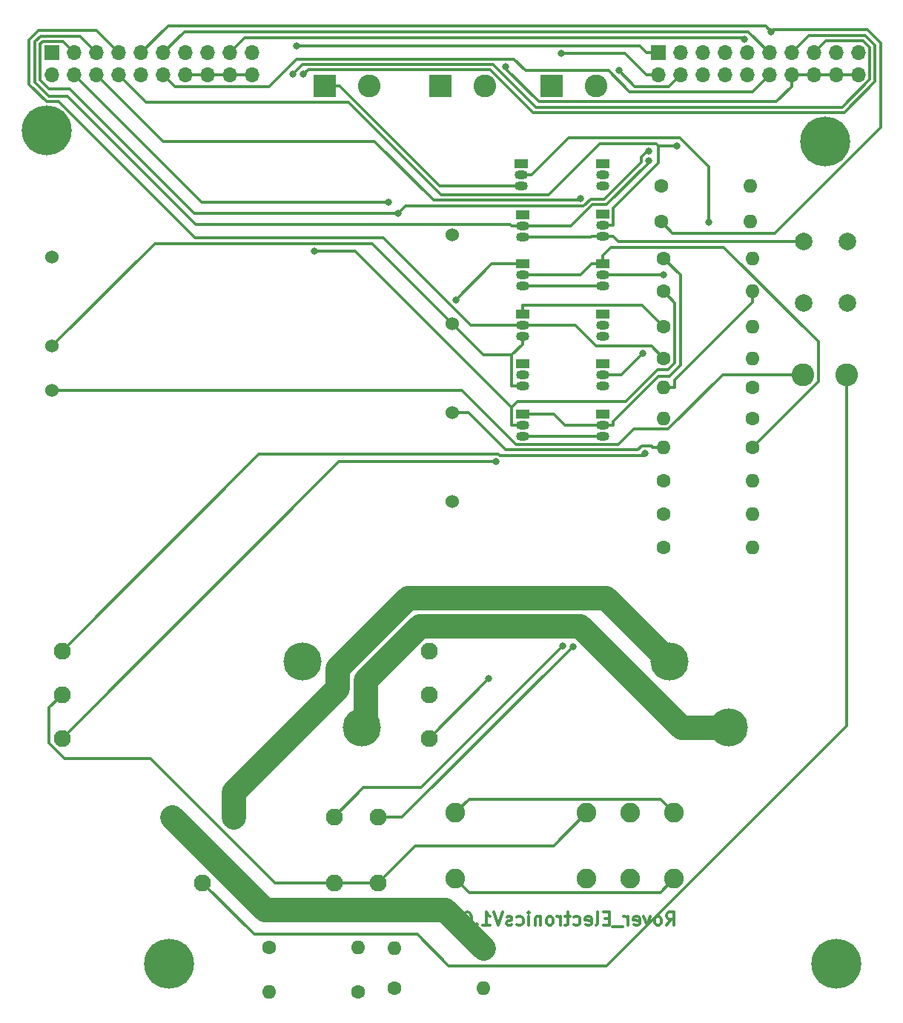
<source format=gbr>
%TF.GenerationSoftware,KiCad,Pcbnew,(5.1.6)-1*%
%TF.CreationDate,2021-11-19T15:30:09+01:00*%
%TF.ProjectId,FoxRobot,466f7852-6f62-46f7-942e-6b696361645f,V01*%
%TF.SameCoordinates,Original*%
%TF.FileFunction,Copper,L2,Bot*%
%TF.FilePolarity,Positive*%
%FSLAX46Y46*%
G04 Gerber Fmt 4.6, Leading zero omitted, Abs format (unit mm)*
G04 Created by KiCad (PCBNEW (5.1.6)-1) date 2021-11-19 15:30:09*
%MOMM*%
%LPD*%
G01*
G04 APERTURE LIST*
%TA.AperFunction,NonConductor*%
%ADD10C,0.300000*%
%TD*%
%TA.AperFunction,ComponentPad*%
%ADD11C,1.524000*%
%TD*%
%TA.AperFunction,ComponentPad*%
%ADD12O,1.600000X1.600000*%
%TD*%
%TA.AperFunction,ComponentPad*%
%ADD13C,1.600000*%
%TD*%
%TA.AperFunction,ComponentPad*%
%ADD14R,1.500000X1.050000*%
%TD*%
%TA.AperFunction,ComponentPad*%
%ADD15O,1.500000X1.050000*%
%TD*%
%TA.AperFunction,ComponentPad*%
%ADD16C,1.950000*%
%TD*%
%TA.AperFunction,ComponentPad*%
%ADD17C,4.350000*%
%TD*%
%TA.AperFunction,ComponentPad*%
%ADD18O,1.700000X1.700000*%
%TD*%
%TA.AperFunction,ComponentPad*%
%ADD19R,1.700000X1.700000*%
%TD*%
%TA.AperFunction,ComponentPad*%
%ADD20C,2.600000*%
%TD*%
%TA.AperFunction,ComponentPad*%
%ADD21R,2.600000X2.600000*%
%TD*%
%TA.AperFunction,ComponentPad*%
%ADD22C,2.250000*%
%TD*%
%TA.AperFunction,ComponentPad*%
%ADD23C,3.600000*%
%TD*%
%TA.AperFunction,ConnectorPad*%
%ADD24C,5.700000*%
%TD*%
%TA.AperFunction,ComponentPad*%
%ADD25C,2.000000*%
%TD*%
%TA.AperFunction,ViaPad*%
%ADD26C,0.800000*%
%TD*%
%TA.AperFunction,Conductor*%
%ADD27C,0.300000*%
%TD*%
%TA.AperFunction,Conductor*%
%ADD28C,2.800000*%
%TD*%
G04 APERTURE END LIST*
D10*
X89847142Y-114978571D02*
X90347142Y-114264285D01*
X90704285Y-114978571D02*
X90704285Y-113478571D01*
X90132857Y-113478571D01*
X89990000Y-113550000D01*
X89918571Y-113621428D01*
X89847142Y-113764285D01*
X89847142Y-113978571D01*
X89918571Y-114121428D01*
X89990000Y-114192857D01*
X90132857Y-114264285D01*
X90704285Y-114264285D01*
X88990000Y-114978571D02*
X89132857Y-114907142D01*
X89204285Y-114835714D01*
X89275714Y-114692857D01*
X89275714Y-114264285D01*
X89204285Y-114121428D01*
X89132857Y-114050000D01*
X88990000Y-113978571D01*
X88775714Y-113978571D01*
X88632857Y-114050000D01*
X88561428Y-114121428D01*
X88490000Y-114264285D01*
X88490000Y-114692857D01*
X88561428Y-114835714D01*
X88632857Y-114907142D01*
X88775714Y-114978571D01*
X88990000Y-114978571D01*
X87990000Y-113978571D02*
X87632857Y-114978571D01*
X87275714Y-113978571D01*
X86132857Y-114907142D02*
X86275714Y-114978571D01*
X86561428Y-114978571D01*
X86704285Y-114907142D01*
X86775714Y-114764285D01*
X86775714Y-114192857D01*
X86704285Y-114050000D01*
X86561428Y-113978571D01*
X86275714Y-113978571D01*
X86132857Y-114050000D01*
X86061428Y-114192857D01*
X86061428Y-114335714D01*
X86775714Y-114478571D01*
X85418571Y-114978571D02*
X85418571Y-113978571D01*
X85418571Y-114264285D02*
X85347142Y-114121428D01*
X85275714Y-114050000D01*
X85132857Y-113978571D01*
X84990000Y-113978571D01*
X84847142Y-115121428D02*
X83704285Y-115121428D01*
X83347142Y-114192857D02*
X82847142Y-114192857D01*
X82632857Y-114978571D02*
X83347142Y-114978571D01*
X83347142Y-113478571D01*
X82632857Y-113478571D01*
X81775714Y-114978571D02*
X81918571Y-114907142D01*
X81990000Y-114764285D01*
X81990000Y-113478571D01*
X80632857Y-114907142D02*
X80775714Y-114978571D01*
X81061428Y-114978571D01*
X81204285Y-114907142D01*
X81275714Y-114764285D01*
X81275714Y-114192857D01*
X81204285Y-114050000D01*
X81061428Y-113978571D01*
X80775714Y-113978571D01*
X80632857Y-114050000D01*
X80561428Y-114192857D01*
X80561428Y-114335714D01*
X81275714Y-114478571D01*
X79275714Y-114907142D02*
X79418571Y-114978571D01*
X79704285Y-114978571D01*
X79847142Y-114907142D01*
X79918571Y-114835714D01*
X79990000Y-114692857D01*
X79990000Y-114264285D01*
X79918571Y-114121428D01*
X79847142Y-114050000D01*
X79704285Y-113978571D01*
X79418571Y-113978571D01*
X79275714Y-114050000D01*
X78847142Y-113978571D02*
X78275714Y-113978571D01*
X78632857Y-113478571D02*
X78632857Y-114764285D01*
X78561428Y-114907142D01*
X78418571Y-114978571D01*
X78275714Y-114978571D01*
X77775714Y-114978571D02*
X77775714Y-113978571D01*
X77775714Y-114264285D02*
X77704285Y-114121428D01*
X77632857Y-114050000D01*
X77490000Y-113978571D01*
X77347142Y-113978571D01*
X76632857Y-114978571D02*
X76775714Y-114907142D01*
X76847142Y-114835714D01*
X76918571Y-114692857D01*
X76918571Y-114264285D01*
X76847142Y-114121428D01*
X76775714Y-114050000D01*
X76632857Y-113978571D01*
X76418571Y-113978571D01*
X76275714Y-114050000D01*
X76204285Y-114121428D01*
X76132857Y-114264285D01*
X76132857Y-114692857D01*
X76204285Y-114835714D01*
X76275714Y-114907142D01*
X76418571Y-114978571D01*
X76632857Y-114978571D01*
X75490000Y-113978571D02*
X75490000Y-114978571D01*
X75490000Y-114121428D02*
X75418571Y-114050000D01*
X75275714Y-113978571D01*
X75061428Y-113978571D01*
X74918571Y-114050000D01*
X74847142Y-114192857D01*
X74847142Y-114978571D01*
X74132857Y-114978571D02*
X74132857Y-113978571D01*
X74132857Y-113478571D02*
X74204285Y-113550000D01*
X74132857Y-113621428D01*
X74061428Y-113550000D01*
X74132857Y-113478571D01*
X74132857Y-113621428D01*
X72775714Y-114907142D02*
X72918571Y-114978571D01*
X73204285Y-114978571D01*
X73347142Y-114907142D01*
X73418571Y-114835714D01*
X73490000Y-114692857D01*
X73490000Y-114264285D01*
X73418571Y-114121428D01*
X73347142Y-114050000D01*
X73204285Y-113978571D01*
X72918571Y-113978571D01*
X72775714Y-114050000D01*
X72204285Y-114907142D02*
X72061428Y-114978571D01*
X71775714Y-114978571D01*
X71632857Y-114907142D01*
X71561428Y-114764285D01*
X71561428Y-114692857D01*
X71632857Y-114550000D01*
X71775714Y-114478571D01*
X71990000Y-114478571D01*
X72132857Y-114407142D01*
X72204285Y-114264285D01*
X72204285Y-114192857D01*
X72132857Y-114050000D01*
X71990000Y-113978571D01*
X71775714Y-113978571D01*
X71632857Y-114050000D01*
X71132857Y-113478571D02*
X70632857Y-114978571D01*
X70132857Y-113478571D01*
X68847142Y-114978571D02*
X69704285Y-114978571D01*
X69275714Y-114978571D02*
X69275714Y-113478571D01*
X69418571Y-113692857D01*
X69561428Y-113835714D01*
X69704285Y-113907142D01*
X68204285Y-114835714D02*
X68132857Y-114907142D01*
X68204285Y-114978571D01*
X68275714Y-114907142D01*
X68204285Y-114835714D01*
X68204285Y-114978571D01*
X67204285Y-113478571D02*
X67061428Y-113478571D01*
X66918571Y-113550000D01*
X66847142Y-113621428D01*
X66775714Y-113764285D01*
X66704285Y-114050000D01*
X66704285Y-114407142D01*
X66775714Y-114692857D01*
X66847142Y-114835714D01*
X66918571Y-114907142D01*
X67061428Y-114978571D01*
X67204285Y-114978571D01*
X67347142Y-114907142D01*
X67418571Y-114835714D01*
X67490000Y-114692857D01*
X67561428Y-114407142D01*
X67561428Y-114050000D01*
X67490000Y-113764285D01*
X67418571Y-113621428D01*
X67347142Y-113550000D01*
X67204285Y-113478571D01*
D11*
%TO.P,U1,8*%
%TO.N,N/C*%
X65405000Y-66548000D03*
%TO.P,U1,7*%
%TO.N,+5V*%
X65405000Y-56388000D03*
%TO.P,U1,6*%
%TO.N,Net-(C1-Pad2)*%
X65405000Y-46228000D03*
%TO.P,U1,5*%
%TO.N,N/C*%
X65405000Y-36068000D03*
%TO.P,U1,4*%
%TO.N,+24V*%
X19685000Y-53848000D03*
%TO.P,U1,3*%
%TO.N,Net-(C1-Pad2)*%
X19685000Y-48768000D03*
%TO.P,U1,1*%
%TO.N,N/C*%
X19685000Y-38608000D03*
%TD*%
D12*
%TO.P,R13,2*%
%TO.N,+5V*%
X89535000Y-60325000D03*
D13*
%TO.P,R13,1*%
%TO.N,Net-(Q12-Pad1)*%
X99695000Y-60325000D03*
%TD*%
D12*
%TO.P,R12,2*%
%TO.N,+5V*%
X89535000Y-57023000D03*
D13*
%TO.P,R12,1*%
%TO.N,/A5*%
X99695000Y-57023000D03*
%TD*%
D12*
%TO.P,R11,2*%
%TO.N,+5V*%
X89535000Y-53467000D03*
D13*
%TO.P,R11,1*%
%TO.N,Net-(Q7-Pad2)*%
X99695000Y-53467000D03*
%TD*%
D12*
%TO.P,R4,2*%
%TO.N,GND*%
X68961000Y-122174000D03*
D13*
%TO.P,R4,1*%
%TO.N,/A3*%
X58801000Y-122174000D03*
%TD*%
D12*
%TO.P,R3,2*%
%TO.N,GND*%
X44450000Y-122555000D03*
D13*
%TO.P,R3,1*%
%TO.N,/A4*%
X54610000Y-122555000D03*
%TD*%
D12*
%TO.P,R2,2*%
%TO.N,/A3*%
X58801000Y-117602000D03*
D13*
%TO.P,R2,1*%
%TO.N,Net-(J3-Pad2)*%
X68961000Y-117602000D03*
%TD*%
D12*
%TO.P,R1,2*%
%TO.N,/A4*%
X54610000Y-117475000D03*
D13*
%TO.P,R1,1*%
%TO.N,Net-(J2-Pad2)*%
X44450000Y-117475000D03*
%TD*%
D14*
%TO.P,Q9,1*%
%TO.N,Net-(K4-Pad2)*%
X73406000Y-39370000D03*
D15*
%TO.P,Q9,3*%
%TO.N,Net-(C1-Pad2)*%
X73406000Y-41910000D03*
%TO.P,Q9,2*%
%TO.N,Net-(Q12-Pad1)*%
X73406000Y-40640000D03*
%TD*%
D14*
%TO.P,Q8,1*%
%TO.N,Net-(Q7-Pad2)*%
X73406000Y-33782000D03*
D15*
%TO.P,Q8,3*%
%TO.N,Net-(C1-Pad2)*%
X73406000Y-36322000D03*
%TO.P,Q8,2*%
%TO.N,/A5*%
X73406000Y-35052000D03*
%TD*%
D14*
%TO.P,Q7,1*%
%TO.N,Net-(K4-Pad1)*%
X73279000Y-27940000D03*
D15*
%TO.P,Q7,3*%
%TO.N,Net-(C1-Pad2)*%
X73279000Y-30480000D03*
%TO.P,Q7,2*%
%TO.N,Net-(Q7-Pad2)*%
X73279000Y-29210000D03*
%TD*%
D16*
%TO.P,K4,5*%
%TO.N,+5V*%
X62738000Y-88599000D03*
D17*
%TO.P,K4,4*%
%TO.N,Net-(J6-Pad2)*%
X96988000Y-92349000D03*
%TO.P,K4,3*%
%TO.N,Net-(J2-Pad2)*%
X90238000Y-84849000D03*
D16*
%TO.P,K4,2*%
%TO.N,Net-(K4-Pad2)*%
X62738000Y-83599000D03*
%TO.P,K4,1*%
%TO.N,Net-(K4-Pad1)*%
X62738000Y-93599000D03*
%TD*%
%TO.P,K3,5*%
%TO.N,+5V*%
X20828000Y-88599000D03*
D17*
%TO.P,K3,4*%
%TO.N,Net-(J6-Pad2)*%
X55078000Y-92349000D03*
%TO.P,K3,3*%
%TO.N,Net-(J3-Pad2)*%
X48328000Y-84849000D03*
D16*
%TO.P,K3,2*%
%TO.N,Net-(K3-Pad2)*%
X20828000Y-83599000D03*
%TO.P,K3,1*%
%TO.N,Net-(K3-Pad1)*%
X20828000Y-93599000D03*
%TD*%
%TO.P,K2,7*%
%TO.N,+5V*%
X56896000Y-110116000D03*
%TO.P,K2,6*%
X51896000Y-110116000D03*
%TO.P,K2,5*%
%TO.N,Net-(C1-Pad1)*%
X36896000Y-110116000D03*
%TO.P,K2,4*%
%TO.N,Net-(J3-Pad2)*%
X33396000Y-102616000D03*
%TO.P,K2,3*%
%TO.N,Net-(J2-Pad2)*%
X40396000Y-102616000D03*
%TO.P,K2,2*%
%TO.N,Net-(K2-Pad2)*%
X51896000Y-102616000D03*
%TO.P,K2,1*%
%TO.N,Net-(K2-Pad1)*%
X56896000Y-102616000D03*
%TD*%
D18*
%TO.P,J5,20*%
%TO.N,GND*%
X42545000Y-17780000D03*
%TO.P,J5,19*%
%TO.N,/A19*%
X42545000Y-15240000D03*
%TO.P,J5,18*%
%TO.N,GND*%
X40005000Y-17780000D03*
%TO.P,J5,17*%
%TO.N,/A17*%
X40005000Y-15240000D03*
%TO.P,J5,16*%
%TO.N,GND*%
X37465000Y-17780000D03*
%TO.P,J5,15*%
%TO.N,/A15*%
X37465000Y-15240000D03*
%TO.P,J5,14*%
%TO.N,GND*%
X34925000Y-17780000D03*
%TO.P,J5,13*%
%TO.N,/A13*%
X34925000Y-15240000D03*
%TO.P,J5,12*%
%TO.N,/A12*%
X32385000Y-17780000D03*
%TO.P,J5,11*%
%TO.N,/A11*%
X32385000Y-15240000D03*
%TO.P,J5,10*%
%TO.N,/A10*%
X29845000Y-17780000D03*
%TO.P,J5,9*%
%TO.N,/A9*%
X29845000Y-15240000D03*
%TO.P,J5,8*%
%TO.N,/A8*%
X27305000Y-17780000D03*
%TO.P,J5,7*%
%TO.N,/A7*%
X27305000Y-15240000D03*
%TO.P,J5,6*%
%TO.N,/A6*%
X24765000Y-17780000D03*
%TO.P,J5,5*%
%TO.N,/A5*%
X24765000Y-15240000D03*
%TO.P,J5,4*%
%TO.N,/A4*%
X22225000Y-17780000D03*
%TO.P,J5,3*%
%TO.N,/A3*%
X22225000Y-15240000D03*
%TO.P,J5,2*%
%TO.N,/A2*%
X19685000Y-17780000D03*
D19*
%TO.P,J5,1*%
%TO.N,/A1*%
X19685000Y-15240000D03*
%TD*%
D20*
%TO.P,J4,2*%
%TO.N,Net-(J4-Pad2)*%
X81788000Y-19050000D03*
D21*
%TO.P,J4,1*%
%TO.N,Net-(J4-Pad1)*%
X76708000Y-19050000D03*
%TD*%
D22*
%TO.P,K1,11*%
%TO.N,Net-(J4-Pad2)*%
X85732000Y-109622000D03*
%TO.P,K1,12*%
%TO.N,Net-(C1-Pad2)*%
X80732000Y-109622000D03*
%TO.P,K1,14*%
%TO.N,Net-(J1-Pad1)*%
X90732000Y-109622000D03*
%TO.P,K1,21*%
%TO.N,Net-(J4-Pad1)*%
X85732000Y-102122000D03*
%TO.P,K1,22*%
%TO.N,+5V*%
X80732000Y-102122000D03*
%TO.P,K1,24*%
%TO.N,Net-(J1-Pad2)*%
X90732000Y-102122000D03*
%TO.P,K1,A1*%
%TO.N,Net-(J1-Pad1)*%
X65732000Y-109622000D03*
%TO.P,K1,A2*%
%TO.N,Net-(J1-Pad2)*%
X65732000Y-102122000D03*
%TD*%
D21*
%TO.P,J1,1*%
%TO.N,Net-(J1-Pad1)*%
X64008000Y-19050000D03*
D20*
%TO.P,J1,2*%
%TO.N,Net-(J1-Pad2)*%
X69088000Y-19050000D03*
%TD*%
D21*
%TO.P,J6,1*%
%TO.N,Net-(C1-Pad2)*%
X50800000Y-19050000D03*
D20*
%TO.P,J6,2*%
%TO.N,Net-(J6-Pad2)*%
X55880000Y-19050000D03*
%TD*%
D19*
%TO.P,J7,1*%
%TO.N,/A1*%
X88900000Y-15240000D03*
D18*
%TO.P,J7,2*%
%TO.N,/A2*%
X88900000Y-17780000D03*
%TO.P,J7,3*%
%TO.N,/A3*%
X91440000Y-15240000D03*
%TO.P,J7,4*%
%TO.N,/A4*%
X91440000Y-17780000D03*
%TO.P,J7,5*%
%TO.N,/A5*%
X93980000Y-15240000D03*
%TO.P,J7,6*%
%TO.N,/A6*%
X93980000Y-17780000D03*
%TO.P,J7,7*%
%TO.N,/A7*%
X96520000Y-15240000D03*
%TO.P,J7,8*%
%TO.N,/A8*%
X96520000Y-17780000D03*
%TO.P,J7,9*%
%TO.N,/A9*%
X99060000Y-15240000D03*
%TO.P,J7,10*%
%TO.N,/A10*%
X99060000Y-17780000D03*
%TO.P,J7,11*%
%TO.N,/A11*%
X101600000Y-15240000D03*
%TO.P,J7,12*%
%TO.N,/A12*%
X101600000Y-17780000D03*
%TO.P,J7,13*%
%TO.N,/A13*%
X104140000Y-15240000D03*
%TO.P,J7,14*%
%TO.N,GND*%
X104140000Y-17780000D03*
%TO.P,J7,15*%
%TO.N,/A15*%
X106680000Y-15240000D03*
%TO.P,J7,16*%
%TO.N,GND*%
X106680000Y-17780000D03*
%TO.P,J7,17*%
%TO.N,/A17*%
X109220000Y-15240000D03*
%TO.P,J7,18*%
%TO.N,GND*%
X109220000Y-17780000D03*
%TO.P,J7,19*%
%TO.N,/A19*%
X111760000Y-15240000D03*
%TO.P,J7,20*%
%TO.N,GND*%
X111760000Y-17780000D03*
%TD*%
D23*
%TO.P,H1,1*%
%TO.N,N/C*%
X19050000Y-24130000D03*
D24*
X19050000Y-24130000D03*
%TD*%
%TO.P,H2,1*%
%TO.N,N/C*%
X107950000Y-25400000D03*
D23*
X107950000Y-25400000D03*
%TD*%
%TO.P,H3,1*%
%TO.N,N/C*%
X33020000Y-119380000D03*
D24*
X33020000Y-119380000D03*
%TD*%
%TO.P,H4,1*%
%TO.N,N/C*%
X109220000Y-119380000D03*
D23*
X109220000Y-119380000D03*
%TD*%
D25*
%TO.P,C1,2*%
%TO.N,Net-(C1-Pad2)*%
X105490000Y-43815000D03*
%TO.P,C1,1*%
%TO.N,Net-(C1-Pad1)*%
X110490000Y-43815000D03*
%TD*%
%TO.P,C2,1*%
%TO.N,+24V*%
X110490000Y-36830000D03*
%TO.P,C2,2*%
%TO.N,Net-(C1-Pad2)*%
X105490000Y-36830000D03*
%TD*%
D20*
%TO.P,L1,1*%
%TO.N,+24V*%
X105410000Y-52070000D03*
%TO.P,L1,2*%
%TO.N,Net-(C1-Pad1)*%
X110410000Y-52070000D03*
%TD*%
D15*
%TO.P,Q1,2*%
%TO.N,Net-(Q1-Pad2)*%
X82550000Y-46355000D03*
%TO.P,Q1,3*%
%TO.N,Net-(C1-Pad2)*%
X82550000Y-47625000D03*
D14*
%TO.P,Q1,1*%
%TO.N,Net-(K2-Pad2)*%
X82550000Y-45085000D03*
%TD*%
D15*
%TO.P,Q2,2*%
%TO.N,/A9*%
X82550000Y-52070000D03*
%TO.P,Q2,3*%
%TO.N,Net-(C1-Pad2)*%
X82550000Y-53340000D03*
D14*
%TO.P,Q2,1*%
%TO.N,Net-(Q1-Pad2)*%
X82550000Y-50800000D03*
%TD*%
D15*
%TO.P,Q3,2*%
%TO.N,Net-(Q3-Pad2)*%
X82550000Y-57785000D03*
%TO.P,Q3,3*%
%TO.N,Net-(C1-Pad2)*%
X82550000Y-59055000D03*
D14*
%TO.P,Q3,1*%
%TO.N,Net-(K2-Pad1)*%
X82550000Y-56515000D03*
%TD*%
D15*
%TO.P,Q4,2*%
%TO.N,/A10*%
X73406000Y-57785000D03*
%TO.P,Q4,3*%
%TO.N,Net-(C1-Pad2)*%
X73406000Y-59055000D03*
D14*
%TO.P,Q4,1*%
%TO.N,Net-(Q3-Pad2)*%
X73406000Y-56515000D03*
%TD*%
%TO.P,Q5,1*%
%TO.N,Net-(K3-Pad1)*%
X73406000Y-50800000D03*
D15*
%TO.P,Q5,3*%
%TO.N,Net-(C1-Pad2)*%
X73406000Y-53340000D03*
%TO.P,Q5,2*%
%TO.N,Net-(Q5-Pad2)*%
X73406000Y-52070000D03*
%TD*%
%TO.P,Q6,2*%
%TO.N,/A7*%
X73406000Y-46355000D03*
%TO.P,Q6,3*%
%TO.N,Net-(C1-Pad2)*%
X73406000Y-47625000D03*
D14*
%TO.P,Q6,1*%
%TO.N,Net-(Q5-Pad2)*%
X73406000Y-45085000D03*
%TD*%
%TO.P,Q10,1*%
%TO.N,Net-(K3-Pad2)*%
X82550000Y-27940000D03*
D15*
%TO.P,Q10,3*%
%TO.N,Net-(C1-Pad2)*%
X82550000Y-30480000D03*
%TO.P,Q10,2*%
%TO.N,Net-(Q10-Pad2)*%
X82550000Y-29210000D03*
%TD*%
D14*
%TO.P,Q11,1*%
%TO.N,Net-(Q10-Pad2)*%
X82550000Y-33655000D03*
D15*
%TO.P,Q11,3*%
%TO.N,Net-(C1-Pad2)*%
X82550000Y-36195000D03*
%TO.P,Q11,2*%
%TO.N,/A8*%
X82550000Y-34925000D03*
%TD*%
D14*
%TO.P,Q12,1*%
%TO.N,Net-(Q12-Pad1)*%
X82550000Y-39370000D03*
D15*
%TO.P,Q12,3*%
%TO.N,Net-(C1-Pad2)*%
X82550000Y-41910000D03*
%TO.P,Q12,2*%
%TO.N,/A6*%
X82550000Y-40640000D03*
%TD*%
D12*
%TO.P,R5,2*%
%TO.N,+5V*%
X99401000Y-30506000D03*
D13*
%TO.P,R5,1*%
%TO.N,Net-(Q1-Pad2)*%
X89241000Y-30506000D03*
%TD*%
%TO.P,R6,1*%
%TO.N,/A9*%
X89241000Y-34556000D03*
D12*
%TO.P,R6,2*%
%TO.N,+5V*%
X99401000Y-34556000D03*
%TD*%
%TO.P,R7,2*%
%TO.N,+5V*%
X99695000Y-38735000D03*
D13*
%TO.P,R7,1*%
%TO.N,Net-(Q3-Pad2)*%
X89535000Y-38735000D03*
%TD*%
%TO.P,R8,1*%
%TO.N,/A10*%
X89533000Y-42527000D03*
D12*
%TO.P,R8,2*%
%TO.N,+5V*%
X99693000Y-42527000D03*
%TD*%
D13*
%TO.P,R9,1*%
%TO.N,Net-(Q5-Pad2)*%
X89533000Y-46577000D03*
D12*
%TO.P,R9,2*%
%TO.N,Net-(R10-Pad2)*%
X99693000Y-46577000D03*
%TD*%
%TO.P,R10,2*%
%TO.N,Net-(R10-Pad2)*%
X99695000Y-50165000D03*
D13*
%TO.P,R10,1*%
%TO.N,/A7*%
X89535000Y-50165000D03*
%TD*%
%TO.P,R14,1*%
%TO.N,Net-(Q10-Pad2)*%
X89535000Y-64135000D03*
D12*
%TO.P,R14,2*%
%TO.N,Net-(R10-Pad2)*%
X99695000Y-64135000D03*
%TD*%
D13*
%TO.P,R15,1*%
%TO.N,/A8*%
X89535000Y-67945000D03*
D12*
%TO.P,R15,2*%
%TO.N,Net-(R10-Pad2)*%
X99695000Y-67945000D03*
%TD*%
%TO.P,R16,2*%
%TO.N,+5V*%
X99695000Y-71755000D03*
D13*
%TO.P,R16,1*%
%TO.N,/A6*%
X89535000Y-71755000D03*
%TD*%
D26*
%TO.N,GND*%
X71501400Y-16821700D03*
%TO.N,Net-(K2-Pad1)*%
X79174100Y-83110700D03*
%TO.N,Net-(K2-Pad2)*%
X78037300Y-83045000D03*
%TO.N,Net-(K3-Pad1)*%
X70368700Y-61996600D03*
%TO.N,Net-(Q7-Pad2)*%
X94682500Y-34627000D03*
%TO.N,Net-(K4-Pad1)*%
X69551100Y-86785900D03*
%TO.N,Net-(K3-Pad2)*%
X87430700Y-61046300D03*
%TO.N,Net-(K4-Pad2)*%
X65785400Y-43468800D03*
%TO.N,/A17*%
X98784400Y-13683300D03*
%TO.N,/A15*%
X47161300Y-17702800D03*
%TO.N,/A13*%
X48411300Y-17701900D03*
%TO.N,/A10*%
X49617300Y-37900000D03*
%TO.N,/A9*%
X101829100Y-12823000D03*
X87117100Y-49641700D03*
%TO.N,/A8*%
X91081600Y-25866300D03*
%TO.N,/A6*%
X89548400Y-40630700D03*
X80044000Y-31926600D03*
%TO.N,/A5*%
X87809800Y-27564200D03*
%TO.N,/A4*%
X84442700Y-17275400D03*
X58104000Y-32360400D03*
%TO.N,/A3*%
X87804900Y-26463800D03*
X59249900Y-33563300D03*
%TO.N,/A2*%
X77812000Y-15326400D03*
%TO.N,/A1*%
X47637800Y-14473400D03*
%TD*%
D27*
%TO.N,GND*%
X104140000Y-19080300D02*
X102378700Y-20841600D01*
X102378700Y-20841600D02*
X75256000Y-20841600D01*
X75256000Y-20841600D02*
X71501400Y-17087000D01*
X71501400Y-17087000D02*
X71501400Y-16821700D01*
X104140000Y-17780000D02*
X104140000Y-19080300D01*
X106680000Y-17780000D02*
X104140000Y-17780000D01*
X40005000Y-17780000D02*
X42545000Y-17780000D01*
X37465000Y-17780000D02*
X40005000Y-17780000D01*
X34925000Y-17780000D02*
X37465000Y-17780000D01*
X109220000Y-17780000D02*
X106680000Y-17780000D01*
X111760000Y-17780000D02*
X109220000Y-17780000D01*
%TO.N,+5V*%
X89535000Y-60325000D02*
X88284700Y-60325000D01*
X88284700Y-60325000D02*
X88137500Y-60177800D01*
X88137500Y-60177800D02*
X87033700Y-60177800D01*
X87033700Y-60177800D02*
X86580300Y-60631200D01*
X86580300Y-60631200D02*
X71479200Y-60631200D01*
X71479200Y-60631200D02*
X67236000Y-56388000D01*
X67236000Y-56388000D02*
X65405000Y-56388000D01*
X56896000Y-110116000D02*
X61140000Y-105872000D01*
X61140000Y-105872000D02*
X76982000Y-105872000D01*
X76982000Y-105872000D02*
X80732000Y-102122000D01*
X56896000Y-110116000D02*
X51896000Y-110116000D01*
X51896000Y-110116000D02*
X45133500Y-110116000D01*
X45133500Y-110116000D02*
X30955100Y-95937600D01*
X30955100Y-95937600D02*
X21149300Y-95937600D01*
X21149300Y-95937600D02*
X19361600Y-94149900D01*
X19361600Y-94149900D02*
X19361600Y-90065400D01*
X19361600Y-90065400D02*
X20828000Y-88599000D01*
X89535000Y-53467000D02*
X90785300Y-53467000D01*
X99693000Y-42527000D02*
X99693000Y-43777300D01*
X99693000Y-43777300D02*
X90785300Y-52685000D01*
X90785300Y-52685000D02*
X90785300Y-53467000D01*
%TO.N,Net-(J1-Pad2)*%
X65732000Y-102122000D02*
X67317100Y-100536900D01*
X67317100Y-100536900D02*
X89146900Y-100536900D01*
X89146900Y-100536900D02*
X90732000Y-102122000D01*
%TO.N,Net-(J1-Pad1)*%
X65732000Y-109622000D02*
X67317300Y-111207300D01*
X67317300Y-111207300D02*
X89146700Y-111207300D01*
X89146700Y-111207300D02*
X90732000Y-109622000D01*
D28*
%TO.N,Net-(J2-Pad2)*%
X40396000Y-102616000D02*
X40396000Y-99748700D01*
X40396000Y-99748700D02*
X52303400Y-87841300D01*
X52303400Y-87841300D02*
X52303400Y-85577000D01*
X52303400Y-85577000D02*
X60333400Y-77547000D01*
X60333400Y-77547000D02*
X82936000Y-77547000D01*
X82936000Y-77547000D02*
X90238000Y-84849000D01*
D27*
%TO.N,Net-(K2-Pad1)*%
X56896000Y-102616000D02*
X59668800Y-102616000D01*
X59668800Y-102616000D02*
X79174100Y-83110700D01*
%TO.N,Net-(K2-Pad2)*%
X51896000Y-102616000D02*
X55256200Y-99255800D01*
X55256200Y-99255800D02*
X61826500Y-99255800D01*
X61826500Y-99255800D02*
X78037300Y-83045000D01*
%TO.N,Net-(K3-Pad1)*%
X20828000Y-93599000D02*
X52430400Y-61996600D01*
X52430400Y-61996600D02*
X70368700Y-61996600D01*
%TO.N,Net-(Q3-Pad2)*%
X82550000Y-57785000D02*
X83750300Y-57785000D01*
X83750300Y-57785000D02*
X83750300Y-57390100D01*
X83750300Y-57390100D02*
X88923800Y-52216600D01*
X88923800Y-52216600D02*
X90159800Y-52216600D01*
X90159800Y-52216600D02*
X91432900Y-50943500D01*
X91432900Y-50943500D02*
X91432900Y-40632900D01*
X91432900Y-40632900D02*
X89535000Y-38735000D01*
X73406000Y-56515000D02*
X76963200Y-56515000D01*
X76963200Y-56515000D02*
X78233200Y-57785000D01*
X78233200Y-57785000D02*
X82550000Y-57785000D01*
%TO.N,Net-(Q5-Pad2)*%
X73406000Y-45085000D02*
X73406000Y-44109700D01*
X89533000Y-46577000D02*
X87065700Y-44109700D01*
X87065700Y-44109700D02*
X73406000Y-44109700D01*
%TO.N,Net-(Q7-Pad2)*%
X74479300Y-29210000D02*
X78698000Y-24991300D01*
X78698000Y-24991300D02*
X91422600Y-24991300D01*
X91422600Y-24991300D02*
X94682500Y-28251200D01*
X94682500Y-28251200D02*
X94682500Y-34627000D01*
X73279000Y-29210000D02*
X74479300Y-29210000D01*
D28*
%TO.N,Net-(J3-Pad2)*%
X33396000Y-102616000D02*
X43937700Y-113157700D01*
X43937700Y-113157700D02*
X64516700Y-113157700D01*
X64516700Y-113157700D02*
X68961000Y-117602000D01*
D27*
%TO.N,Net-(K4-Pad1)*%
X62738000Y-93599000D02*
X69551100Y-86785900D01*
D28*
%TO.N,Net-(J6-Pad2)*%
X96988000Y-92349000D02*
X91558200Y-92349000D01*
X91558200Y-92349000D02*
X79984800Y-80775600D01*
X79984800Y-80775600D02*
X61632000Y-80775600D01*
X61632000Y-80775600D02*
X55503700Y-86903900D01*
X55503700Y-86903900D02*
X55503700Y-91923300D01*
X55503700Y-91923300D02*
X55078000Y-92349000D01*
D27*
%TO.N,Net-(K3-Pad2)*%
X20828000Y-83599000D02*
X43331800Y-61095200D01*
X43331800Y-61095200D02*
X70669900Y-61095200D01*
X70669900Y-61095200D02*
X70830200Y-61255500D01*
X70830200Y-61255500D02*
X87221500Y-61255500D01*
X87221500Y-61255500D02*
X87430700Y-61046300D01*
%TO.N,Net-(K4-Pad2)*%
X65785400Y-43468800D02*
X69884200Y-39370000D01*
X69884200Y-39370000D02*
X73406000Y-39370000D01*
%TO.N,/A17*%
X40005000Y-15240000D02*
X41675800Y-13569200D01*
X41675800Y-13569200D02*
X98670300Y-13569200D01*
X98670300Y-13569200D02*
X98784400Y-13683300D01*
%TO.N,/A15*%
X106680000Y-15240000D02*
X108026300Y-13893700D01*
X108026300Y-13893700D02*
X112319800Y-13893700D01*
X112319800Y-13893700D02*
X113082300Y-14656200D01*
X113082300Y-14656200D02*
X113082300Y-18302900D01*
X113082300Y-18302900D02*
X109926100Y-21459100D01*
X109926100Y-21459100D02*
X74936200Y-21459100D01*
X74936200Y-21459100D02*
X70055600Y-16578500D01*
X70055600Y-16578500D02*
X48285600Y-16578500D01*
X48285600Y-16578500D02*
X47161300Y-17702800D01*
%TO.N,/A13*%
X104140000Y-15240000D02*
X106093300Y-13286700D01*
X106093300Y-13286700D02*
X112587200Y-13286700D01*
X112587200Y-13286700D02*
X113685400Y-14384900D01*
X113685400Y-14384900D02*
X113685400Y-18551400D01*
X113685400Y-18551400D02*
X110177300Y-22059500D01*
X110177300Y-22059500D02*
X74612700Y-22059500D01*
X74612700Y-22059500D02*
X69732000Y-17178800D01*
X69732000Y-17178800D02*
X48934400Y-17178800D01*
X48934400Y-17178800D02*
X48411300Y-17701900D01*
%TO.N,/A12*%
X101600000Y-17780000D02*
X99677200Y-19702800D01*
X99677200Y-19702800D02*
X85623100Y-19702800D01*
X85623100Y-19702800D02*
X83219900Y-17299600D01*
X83219900Y-17299600D02*
X73772500Y-17299600D01*
X73772500Y-17299600D02*
X72433300Y-15960400D01*
X72433300Y-15960400D02*
X47629300Y-15960400D01*
X47629300Y-15960400D02*
X44466600Y-19123100D01*
X44466600Y-19123100D02*
X33728100Y-19123100D01*
X33728100Y-19123100D02*
X32385000Y-17780000D01*
%TO.N,/A11*%
X101600000Y-15240000D02*
X99190400Y-12830400D01*
X99190400Y-12830400D02*
X34794600Y-12830400D01*
X34794600Y-12830400D02*
X32385000Y-15240000D01*
%TO.N,/A10*%
X72205700Y-55766500D02*
X72205700Y-57785000D01*
X89533000Y-42527000D02*
X90828300Y-43822300D01*
X90828300Y-43822300D02*
X90828300Y-50690700D01*
X90828300Y-50690700D02*
X90031400Y-51487600D01*
X90031400Y-51487600D02*
X88803700Y-51487600D01*
X88803700Y-51487600D02*
X85171700Y-55119600D01*
X85171700Y-55119600D02*
X72852600Y-55119600D01*
X72852600Y-55119600D02*
X72205700Y-55766500D01*
X72205700Y-55766500D02*
X54339200Y-37900000D01*
X54339200Y-37900000D02*
X49617300Y-37900000D01*
X73406000Y-57785000D02*
X72205700Y-57785000D01*
%TO.N,/A9*%
X82550000Y-52070000D02*
X84688800Y-52070000D01*
X84688800Y-52070000D02*
X87117100Y-49641700D01*
X101829100Y-12823000D02*
X102015500Y-12636600D01*
X102015500Y-12636600D02*
X112786000Y-12636600D01*
X112786000Y-12636600D02*
X114285700Y-14136300D01*
X114285700Y-14136300D02*
X114285700Y-23796200D01*
X114285700Y-23796200D02*
X102229300Y-35852600D01*
X102229300Y-35852600D02*
X90537600Y-35852600D01*
X90537600Y-35852600D02*
X89241000Y-34556000D01*
X101829100Y-12823000D02*
X101162200Y-12156100D01*
X101162200Y-12156100D02*
X32928900Y-12156100D01*
X32928900Y-12156100D02*
X29845000Y-15240000D01*
%TO.N,/A8*%
X88955300Y-25866300D02*
X88955300Y-27831600D01*
X88955300Y-27831600D02*
X83750300Y-33036600D01*
X83750300Y-33036600D02*
X83750300Y-34925000D01*
X27305000Y-17780000D02*
X30416200Y-20891200D01*
X30416200Y-20891200D02*
X53542500Y-20891200D01*
X53542500Y-20891200D02*
X64143100Y-31491800D01*
X64143100Y-31491800D02*
X76370300Y-31491800D01*
X76370300Y-31491800D02*
X82248800Y-25613300D01*
X82248800Y-25613300D02*
X88702300Y-25613300D01*
X88702300Y-25613300D02*
X88955300Y-25866300D01*
X91081600Y-25866300D02*
X88955300Y-25866300D01*
X82550000Y-34925000D02*
X83750300Y-34925000D01*
%TO.N,/A7*%
X27305000Y-15240000D02*
X24767600Y-12702600D01*
X24767600Y-12702600D02*
X18146900Y-12702600D01*
X18146900Y-12702600D02*
X17062100Y-13787400D01*
X17062100Y-13787400D02*
X17062100Y-18829900D01*
X17062100Y-18829900D02*
X19061800Y-20829600D01*
X19061800Y-20829600D02*
X20421300Y-20829600D01*
X20421300Y-20829600D02*
X36003600Y-36411900D01*
X36003600Y-36411900D02*
X57526100Y-36411900D01*
X57526100Y-36411900D02*
X67469200Y-46355000D01*
X67469200Y-46355000D02*
X73406000Y-46355000D01*
X89535000Y-50165000D02*
X88161400Y-48791400D01*
X88161400Y-48791400D02*
X81840900Y-48791400D01*
X81840900Y-48791400D02*
X79404500Y-46355000D01*
X79404500Y-46355000D02*
X73406000Y-46355000D01*
%TO.N,/A6*%
X82550000Y-40640000D02*
X83750300Y-40640000D01*
X89548400Y-40630700D02*
X83759600Y-40630700D01*
X83759600Y-40630700D02*
X83750300Y-40640000D01*
X24765000Y-17780000D02*
X32345300Y-25360300D01*
X32345300Y-25360300D02*
X56536300Y-25360300D01*
X56536300Y-25360300D02*
X63268200Y-32092200D01*
X63268200Y-32092200D02*
X79878400Y-32092200D01*
X79878400Y-32092200D02*
X80044000Y-31926600D01*
%TO.N,/A5*%
X73406000Y-35052000D02*
X72205700Y-35052000D01*
X72205700Y-35052000D02*
X72009400Y-34855700D01*
X72009400Y-34855700D02*
X36072400Y-34855700D01*
X36072400Y-34855700D02*
X21445900Y-20229200D01*
X21445900Y-20229200D02*
X19310500Y-20229200D01*
X19310500Y-20229200D02*
X17713200Y-18631900D01*
X17713200Y-18631900D02*
X17713200Y-13985400D01*
X17713200Y-13985400D02*
X18361300Y-13337300D01*
X18361300Y-13337300D02*
X22862300Y-13337300D01*
X22862300Y-13337300D02*
X24765000Y-15240000D01*
X87809800Y-27564200D02*
X87809800Y-27810900D01*
X87809800Y-27810900D02*
X83001800Y-32618900D01*
X83001800Y-32618900D02*
X81403100Y-32618900D01*
X81403100Y-32618900D02*
X78970000Y-35052000D01*
X78970000Y-35052000D02*
X73406000Y-35052000D01*
%TO.N,/A4*%
X91440000Y-17780000D02*
X90136200Y-19083800D01*
X90136200Y-19083800D02*
X86251100Y-19083800D01*
X86251100Y-19083800D02*
X84442700Y-17275400D01*
X58104000Y-32360400D02*
X36805400Y-32360400D01*
X36805400Y-32360400D02*
X22225000Y-17780000D01*
%TO.N,/A3*%
X59249900Y-33563300D02*
X35907100Y-33563300D01*
X35907100Y-33563300D02*
X21698700Y-19354900D01*
X21698700Y-19354900D02*
X19370900Y-19354900D01*
X19370900Y-19354900D02*
X18352900Y-18336900D01*
X18352900Y-18336900D02*
X18352900Y-14208900D01*
X18352900Y-14208900D02*
X18624100Y-13937700D01*
X18624100Y-13937700D02*
X20922700Y-13937700D01*
X20922700Y-13937700D02*
X22225000Y-15240000D01*
X59249900Y-33563300D02*
X60036300Y-32776900D01*
X60036300Y-32776900D02*
X80396200Y-32776900D01*
X80396200Y-32776900D02*
X81215300Y-31957800D01*
X81215300Y-31957800D02*
X82721200Y-31957800D01*
X82721200Y-31957800D02*
X86959500Y-27719500D01*
X86959500Y-27719500D02*
X86959500Y-27183900D01*
X86959500Y-27183900D02*
X87679600Y-26463800D01*
X87679600Y-26463800D02*
X87804900Y-26463800D01*
%TO.N,/A2*%
X87599700Y-17780000D02*
X85146100Y-15326400D01*
X85146100Y-15326400D02*
X77812000Y-15326400D01*
X88900000Y-17780000D02*
X87599700Y-17780000D01*
%TO.N,/A1*%
X87599700Y-15240000D02*
X86833100Y-14473400D01*
X86833100Y-14473400D02*
X47637800Y-14473400D01*
X88900000Y-15240000D02*
X87599700Y-15240000D01*
%TO.N,Net-(C1-Pad2)*%
X65405000Y-46228000D02*
X56207900Y-37030900D01*
X56207900Y-37030900D02*
X31422100Y-37030900D01*
X31422100Y-37030900D02*
X19685000Y-48768000D01*
X72205700Y-49800600D02*
X68977600Y-49800600D01*
X68977600Y-49800600D02*
X65405000Y-46228000D01*
X82550000Y-36195000D02*
X83750300Y-36195000D01*
X83750300Y-36195000D02*
X84385300Y-36830000D01*
X84385300Y-36830000D02*
X105490000Y-36830000D01*
X82504900Y-36195000D02*
X82550000Y-36195000D01*
X73279000Y-30480000D02*
X63980300Y-30480000D01*
X63980300Y-30480000D02*
X52550300Y-19050000D01*
X72205700Y-49800600D02*
X72205700Y-53340000D01*
X73406000Y-48600300D02*
X72205700Y-49800600D01*
X73406000Y-53340000D02*
X72205700Y-53340000D01*
X73406000Y-47625000D02*
X73406000Y-48600300D01*
X50800000Y-19050000D02*
X52550300Y-19050000D01*
X82504900Y-36195000D02*
X81349700Y-36195000D01*
X74606300Y-36322000D02*
X81222700Y-36322000D01*
X81222700Y-36322000D02*
X81349700Y-36195000D01*
X73406000Y-41910000D02*
X82550000Y-41910000D01*
X73406000Y-59055000D02*
X74606300Y-59055000D01*
X82550000Y-59055000D02*
X81349700Y-59055000D01*
X81349700Y-59055000D02*
X74606300Y-59055000D01*
X73406000Y-36322000D02*
X74606300Y-36322000D01*
%TO.N,Net-(C1-Pad1)*%
X110410000Y-52070000D02*
X110410000Y-92173700D01*
X110410000Y-92173700D02*
X82995000Y-119588700D01*
X82995000Y-119588700D02*
X64984300Y-119588700D01*
X64984300Y-119588700D02*
X61392400Y-115996800D01*
X61392400Y-115996800D02*
X42776800Y-115996800D01*
X42776800Y-115996800D02*
X36896000Y-110116000D01*
%TO.N,Net-(Q12-Pad1)*%
X82550000Y-39370000D02*
X82550000Y-38394700D01*
X82550000Y-38394700D02*
X83482800Y-37461900D01*
X83482800Y-37461900D02*
X96396300Y-37461900D01*
X96396300Y-37461900D02*
X107213500Y-48279100D01*
X107213500Y-48279100D02*
X107213500Y-52806500D01*
X107213500Y-52806500D02*
X99695000Y-60325000D01*
X73406000Y-40640000D02*
X80054300Y-40640000D01*
X80054300Y-40640000D02*
X81324300Y-39370000D01*
X81324300Y-39370000D02*
X82550000Y-39370000D01*
%TO.N,+24V*%
X105410000Y-52070000D02*
X96256200Y-52070000D01*
X96256200Y-52070000D02*
X90052800Y-58273400D01*
X90052800Y-58273400D02*
X86095100Y-58273400D01*
X86095100Y-58273400D02*
X84337700Y-60030800D01*
X84337700Y-60030800D02*
X72698800Y-60030800D01*
X72698800Y-60030800D02*
X66516000Y-53848000D01*
X66516000Y-53848000D02*
X19685000Y-53848000D01*
%TD*%
M02*

</source>
